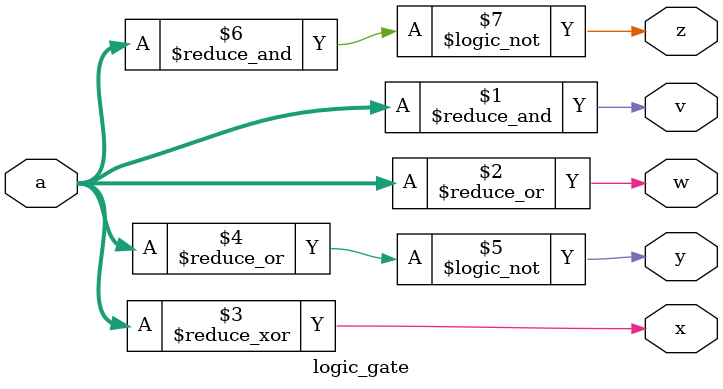
<source format=v>
`timescale 1ns / 1ps

module logic_gate(
input wire [1:0] a,
output wire v,w,x,y,z
);
// and gate
assign v = &a;
// or gate
assign w = |a;
// xor gate
assign x = ^a;
// nor gate
assign y = ~|a;
// nand gate
assign z = ~&a;

endmodule

</source>
